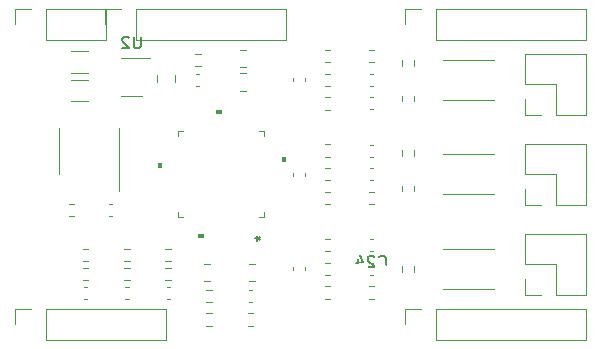
<source format=gbr>
%TF.GenerationSoftware,KiCad,Pcbnew,(5.1.12)-1*%
%TF.CreationDate,2022-01-31T23:19:20+01:00*%
%TF.ProjectId,xESC2,78455343-322e-46b6-9963-61645f706362,rev?*%
%TF.SameCoordinates,Original*%
%TF.FileFunction,Legend,Bot*%
%TF.FilePolarity,Positive*%
%FSLAX46Y46*%
G04 Gerber Fmt 4.6, Leading zero omitted, Abs format (unit mm)*
G04 Created by KiCad (PCBNEW (5.1.12)-1) date 2022-01-31 23:19:20*
%MOMM*%
%LPD*%
G01*
G04 APERTURE LIST*
%ADD10C,0.120000*%
%ADD11C,0.100000*%
%ADD12C,0.150000*%
%ADD13R,1.060000X0.650000*%
%ADD14O,1.700000X1.700000*%
%ADD15R,1.700000X1.700000*%
%ADD16R,5.003800X5.003800*%
%ADD17R,1.340599X0.279400*%
%ADD18R,0.279400X1.340599*%
%ADD19C,0.600000*%
%ADD20O,1.700000X0.850000*%
G04 APERTURE END LIST*
D10*
%TO.C,TH1*%
X262477500Y-116837258D02*
X262477500Y-116362742D01*
X263522500Y-116837258D02*
X263522500Y-116362742D01*
%TO.C,R41*%
X262477500Y-112237258D02*
X262477500Y-111762742D01*
X263522500Y-112237258D02*
X263522500Y-111762742D01*
%TO.C,C24*%
X259759420Y-123890000D02*
X260040580Y-123890000D01*
X259759420Y-124910000D02*
X260040580Y-124910000D01*
%TO.C,U2*%
X238700000Y-108590000D02*
X241150000Y-108590000D01*
X240500000Y-111810000D02*
X238700000Y-111810000D01*
%TO.C,J10*%
X262750000Y-129770000D02*
X262750000Y-131100000D01*
X264080000Y-129770000D02*
X262750000Y-129770000D01*
X265350000Y-129770000D02*
X265350000Y-132430000D01*
X265350000Y-132430000D02*
X278110000Y-132430000D01*
X265350000Y-129770000D02*
X278110000Y-129770000D01*
X278110000Y-129770000D02*
X278110000Y-132430000D01*
%TO.C,J9*%
X262750000Y-104370000D02*
X262750000Y-105700000D01*
X264080000Y-104370000D02*
X262750000Y-104370000D01*
X265350000Y-104370000D02*
X265350000Y-107030000D01*
X265350000Y-107030000D02*
X278110000Y-107030000D01*
X265350000Y-104370000D02*
X278110000Y-104370000D01*
X278110000Y-104370000D02*
X278110000Y-107030000D01*
%TO.C,J8*%
X272910000Y-113380000D02*
X274240000Y-113380000D01*
X272910000Y-112050000D02*
X272910000Y-113380000D01*
X275510000Y-113380000D02*
X278110000Y-113380000D01*
X275510000Y-110780000D02*
X275510000Y-113380000D01*
X272910000Y-110780000D02*
X275510000Y-110780000D01*
X278110000Y-113380000D02*
X278110000Y-108180000D01*
X272910000Y-110780000D02*
X272910000Y-108180000D01*
X272910000Y-108180000D02*
X278110000Y-108180000D01*
%TO.C,J7*%
X272910000Y-121000000D02*
X274240000Y-121000000D01*
X272910000Y-119670000D02*
X272910000Y-121000000D01*
X275510000Y-121000000D02*
X278110000Y-121000000D01*
X275510000Y-118400000D02*
X275510000Y-121000000D01*
X272910000Y-118400000D02*
X275510000Y-118400000D01*
X278110000Y-121000000D02*
X278110000Y-115800000D01*
X272910000Y-118400000D02*
X272910000Y-115800000D01*
X272910000Y-115800000D02*
X278110000Y-115800000D01*
%TO.C,J6*%
X272910000Y-128620000D02*
X274240000Y-128620000D01*
X272910000Y-127290000D02*
X272910000Y-128620000D01*
X275510000Y-128620000D02*
X278110000Y-128620000D01*
X275510000Y-126020000D02*
X275510000Y-128620000D01*
X272910000Y-126020000D02*
X275510000Y-126020000D01*
X278110000Y-128620000D02*
X278110000Y-123420000D01*
X272910000Y-126020000D02*
X272910000Y-123420000D01*
X272910000Y-123420000D02*
X278110000Y-123420000D01*
%TO.C,U1*%
X243567800Y-121982200D02*
X243567800Y-121572440D01*
X243567800Y-114717800D02*
X243977560Y-114717800D01*
X250832200Y-114717800D02*
X250832200Y-115127560D01*
X250832200Y-121982200D02*
X250422440Y-121982200D01*
X243977560Y-121982200D02*
X243567800Y-121982200D01*
X243567800Y-115127560D02*
X243567800Y-114717800D01*
X250422440Y-114717800D02*
X250832200Y-114717800D01*
X250832200Y-121572440D02*
X250832200Y-121982200D01*
D11*
G36*
X245640501Y-123703799D02*
G01*
X245259501Y-123703799D01*
X245259501Y-123449799D01*
X245640501Y-123449799D01*
X245640501Y-123703799D01*
G37*
X245640501Y-123703799D02*
X245259501Y-123703799D01*
X245259501Y-123449799D01*
X245640501Y-123449799D01*
X245640501Y-123703799D01*
G36*
X242100201Y-117790499D02*
G01*
X241846201Y-117790499D01*
X241846201Y-117409499D01*
X242100201Y-117409499D01*
X242100201Y-117790499D01*
G37*
X242100201Y-117790499D02*
X241846201Y-117790499D01*
X241846201Y-117409499D01*
X242100201Y-117409499D01*
X242100201Y-117790499D01*
G36*
X247140501Y-112996201D02*
G01*
X246759500Y-112996201D01*
X246759500Y-113250201D01*
X247140501Y-113250201D01*
X247140501Y-112996201D01*
G37*
X247140501Y-112996201D02*
X246759500Y-112996201D01*
X246759500Y-113250201D01*
X247140501Y-113250201D01*
X247140501Y-112996201D01*
G36*
X252299799Y-117290500D02*
G01*
X252553799Y-117290500D01*
X252553799Y-116909500D01*
X252299799Y-116909500D01*
X252299799Y-117290500D01*
G37*
X252299799Y-117290500D02*
X252553799Y-117290500D01*
X252553799Y-116909500D01*
X252299799Y-116909500D01*
X252299799Y-117290500D01*
D10*
%TO.C,U5*%
X238560000Y-116400000D02*
X238560000Y-119850000D01*
X238560000Y-116400000D02*
X238560000Y-114450000D01*
X233440000Y-116400000D02*
X233440000Y-118350000D01*
X233440000Y-116400000D02*
X233440000Y-114450000D01*
%TO.C,R36*%
X234737258Y-121922500D02*
X234262742Y-121922500D01*
X234737258Y-120877500D02*
X234262742Y-120877500D01*
%TO.C,J5*%
X229730000Y-104370000D02*
X229730000Y-105700000D01*
X231060000Y-104370000D02*
X229730000Y-104370000D01*
X232330000Y-104370000D02*
X232330000Y-107030000D01*
X232330000Y-107030000D02*
X237470000Y-107030000D01*
X232330000Y-104370000D02*
X237470000Y-104370000D01*
X237470000Y-104370000D02*
X237470000Y-107030000D01*
%TO.C,J4*%
X229730000Y-129770000D02*
X229730000Y-131100000D01*
X231060000Y-129770000D02*
X229730000Y-129770000D01*
X232330000Y-129770000D02*
X232330000Y-132430000D01*
X232330000Y-132430000D02*
X242550000Y-132430000D01*
X232330000Y-129770000D02*
X242550000Y-129770000D01*
X242550000Y-129770000D02*
X242550000Y-132430000D01*
%TO.C,J1*%
X237350000Y-104370000D02*
X237350000Y-105700000D01*
X238680000Y-104370000D02*
X237350000Y-104370000D01*
X239950000Y-104370000D02*
X239950000Y-107030000D01*
X239950000Y-107030000D02*
X252710000Y-107030000D01*
X239950000Y-104370000D02*
X252710000Y-104370000D01*
X252710000Y-104370000D02*
X252710000Y-107030000D01*
%TO.C,R29*%
X244962742Y-108177500D02*
X245437258Y-108177500D01*
X244962742Y-109222500D02*
X245437258Y-109222500D01*
%TO.C,R28*%
X260137258Y-108922500D02*
X259662742Y-108922500D01*
X260137258Y-107877500D02*
X259662742Y-107877500D01*
%TO.C,R27*%
X262477500Y-109237258D02*
X262477500Y-108762742D01*
X263522500Y-109237258D02*
X263522500Y-108762742D01*
%TO.C,R26*%
X260137258Y-120922500D02*
X259662742Y-120922500D01*
X260137258Y-119877500D02*
X259662742Y-119877500D01*
%TO.C,R25*%
X263522500Y-119362742D02*
X263522500Y-119837258D01*
X262477500Y-119362742D02*
X262477500Y-119837258D01*
%TO.C,R24*%
X260137258Y-128922500D02*
X259662742Y-128922500D01*
X260137258Y-127877500D02*
X259662742Y-127877500D01*
%TO.C,R23*%
X263522500Y-126162742D02*
X263522500Y-126637258D01*
X262477500Y-126162742D02*
X262477500Y-126637258D01*
%TO.C,R22*%
X235937258Y-127372500D02*
X235462742Y-127372500D01*
X235937258Y-126327500D02*
X235462742Y-126327500D01*
%TO.C,R21*%
X235462742Y-124727500D02*
X235937258Y-124727500D01*
X235462742Y-125772500D02*
X235937258Y-125772500D01*
%TO.C,R20*%
X239437258Y-127372500D02*
X238962742Y-127372500D01*
X239437258Y-126327500D02*
X238962742Y-126327500D01*
%TO.C,R19*%
X238962742Y-124727500D02*
X239437258Y-124727500D01*
X238962742Y-125772500D02*
X239437258Y-125772500D01*
%TO.C,R18*%
X242937258Y-127372500D02*
X242462742Y-127372500D01*
X242937258Y-126327500D02*
X242462742Y-126327500D01*
%TO.C,R17*%
X242462742Y-124727500D02*
X242937258Y-124727500D01*
X242462742Y-125772500D02*
X242937258Y-125772500D01*
%TO.C,C31*%
X260040580Y-110910000D02*
X259759420Y-110910000D01*
X260040580Y-109890000D02*
X259759420Y-109890000D01*
%TO.C,C30*%
X260040580Y-118910000D02*
X259759420Y-118910000D01*
X260040580Y-117890000D02*
X259759420Y-117890000D01*
%TO.C,C29*%
X260040580Y-126910000D02*
X259759420Y-126910000D01*
X260040580Y-125890000D02*
X259759420Y-125890000D01*
%TO.C,C28*%
X235840580Y-128960000D02*
X235559420Y-128960000D01*
X235840580Y-127940000D02*
X235559420Y-127940000D01*
%TO.C,C27*%
X239340580Y-128960000D02*
X239059420Y-128960000D01*
X239340580Y-127940000D02*
X239059420Y-127940000D01*
%TO.C,C15*%
X242840580Y-128960000D02*
X242559420Y-128960000D01*
X242840580Y-127940000D02*
X242559420Y-127940000D01*
%TO.C,C21*%
X235911252Y-109810000D02*
X234488748Y-109810000D01*
X235911252Y-107990000D02*
X234488748Y-107990000D01*
%TO.C,C20*%
X235911252Y-112210000D02*
X234488748Y-112210000D01*
X235911252Y-110390000D02*
X234488748Y-110390000D01*
%TO.C,R15*%
X245912742Y-131222500D02*
X246387258Y-131222500D01*
X245912742Y-130177500D02*
X246387258Y-130177500D01*
%TO.C,R14*%
X249412742Y-131222500D02*
X249887258Y-131222500D01*
X249412742Y-130177500D02*
X249887258Y-130177500D01*
%TO.C,R13*%
X245912742Y-129222500D02*
X246387258Y-129222500D01*
X245912742Y-128177500D02*
X246387258Y-128177500D01*
%TO.C,R12*%
X256437258Y-111877500D02*
X255962742Y-111877500D01*
X256437258Y-112922500D02*
X255962742Y-112922500D01*
%TO.C,R11*%
X270277064Y-108690000D02*
X265922936Y-108690000D01*
X270277064Y-112110000D02*
X265922936Y-112110000D01*
%TO.C,R10*%
X256437258Y-107877500D02*
X255962742Y-107877500D01*
X256437258Y-108922500D02*
X255962742Y-108922500D01*
%TO.C,R9*%
X256437258Y-109877500D02*
X255962742Y-109877500D01*
X256437258Y-110922500D02*
X255962742Y-110922500D01*
%TO.C,R8*%
X256437258Y-115877500D02*
X255962742Y-115877500D01*
X256437258Y-116922500D02*
X255962742Y-116922500D01*
%TO.C,R7*%
X270314564Y-116690000D02*
X265960436Y-116690000D01*
X270314564Y-120110000D02*
X265960436Y-120110000D01*
%TO.C,R6*%
X256437258Y-119877500D02*
X255962742Y-119877500D01*
X256437258Y-120922500D02*
X255962742Y-120922500D01*
%TO.C,R5*%
X256437258Y-117877500D02*
X255962742Y-117877500D01*
X256437258Y-118922500D02*
X255962742Y-118922500D01*
%TO.C,R4*%
X256437258Y-123877500D02*
X255962742Y-123877500D01*
X256437258Y-124922500D02*
X255962742Y-124922500D01*
%TO.C,R3*%
X270314564Y-124690000D02*
X265960436Y-124690000D01*
X270314564Y-128110000D02*
X265960436Y-128110000D01*
%TO.C,R2*%
X256437258Y-127877500D02*
X255962742Y-127877500D01*
X256437258Y-128922500D02*
X255962742Y-128922500D01*
%TO.C,R1*%
X256437258Y-125877500D02*
X255962742Y-125877500D01*
X256437258Y-126922500D02*
X255962742Y-126922500D01*
%TO.C,C26*%
X259759420Y-112910000D02*
X260040580Y-112910000D01*
X259759420Y-111890000D02*
X260040580Y-111890000D01*
%TO.C,C25*%
X259759420Y-116910000D02*
X260040580Y-116910000D01*
X259759420Y-115890000D02*
X260040580Y-115890000D01*
%TO.C,C14*%
X248738748Y-109335000D02*
X249261252Y-109335000D01*
X248738748Y-107865000D02*
X249261252Y-107865000D01*
%TO.C,C13*%
X243235000Y-110561252D02*
X243235000Y-110038748D01*
X241765000Y-110561252D02*
X241765000Y-110038748D01*
%TO.C,C12*%
X249261252Y-109865000D02*
X248738748Y-109865000D01*
X249261252Y-111335000D02*
X248738748Y-111335000D01*
%TO.C,C11*%
X245059420Y-110960000D02*
X245340580Y-110960000D01*
X245059420Y-109940000D02*
X245340580Y-109940000D01*
%TO.C,C10*%
X254310000Y-110540580D02*
X254310000Y-110259420D01*
X253290000Y-110540580D02*
X253290000Y-110259420D01*
%TO.C,C9*%
X253290000Y-118259420D02*
X253290000Y-118540580D01*
X254310000Y-118259420D02*
X254310000Y-118540580D01*
%TO.C,C8*%
X253290000Y-126259420D02*
X253290000Y-126540580D01*
X254310000Y-126259420D02*
X254310000Y-126540580D01*
%TO.C,C7*%
X237940580Y-120890000D02*
X237659420Y-120890000D01*
X237940580Y-121910000D02*
X237659420Y-121910000D01*
%TO.C,C6*%
X249509420Y-129210000D02*
X249790580Y-129210000D01*
X249509420Y-128190000D02*
X249790580Y-128190000D01*
%TO.C,C5*%
X250061252Y-125965000D02*
X249538748Y-125965000D01*
X250061252Y-127435000D02*
X249538748Y-127435000D01*
%TO.C,C4*%
X245738748Y-127435000D02*
X246261252Y-127435000D01*
X245738748Y-125965000D02*
X246261252Y-125965000D01*
%TO.C,C24*%
D12*
X260542857Y-126187142D02*
X260590476Y-126234761D01*
X260733333Y-126282380D01*
X260828571Y-126282380D01*
X260971428Y-126234761D01*
X261066666Y-126139523D01*
X261114285Y-126044285D01*
X261161904Y-125853809D01*
X261161904Y-125710952D01*
X261114285Y-125520476D01*
X261066666Y-125425238D01*
X260971428Y-125330000D01*
X260828571Y-125282380D01*
X260733333Y-125282380D01*
X260590476Y-125330000D01*
X260542857Y-125377619D01*
X260161904Y-125377619D02*
X260114285Y-125330000D01*
X260019047Y-125282380D01*
X259780952Y-125282380D01*
X259685714Y-125330000D01*
X259638095Y-125377619D01*
X259590476Y-125472857D01*
X259590476Y-125568095D01*
X259638095Y-125710952D01*
X260209523Y-126282380D01*
X259590476Y-126282380D01*
X258733333Y-125615714D02*
X258733333Y-126282380D01*
X258971428Y-125234761D02*
X259209523Y-125949047D01*
X258590476Y-125949047D01*
%TO.C,U2*%
X240361904Y-106752380D02*
X240361904Y-107561904D01*
X240314285Y-107657142D01*
X240266666Y-107704761D01*
X240171428Y-107752380D01*
X239980952Y-107752380D01*
X239885714Y-107704761D01*
X239838095Y-107657142D01*
X239790476Y-107561904D01*
X239790476Y-106752380D01*
X239361904Y-106847619D02*
X239314285Y-106800000D01*
X239219047Y-106752380D01*
X238980952Y-106752380D01*
X238885714Y-106800000D01*
X238838095Y-106847619D01*
X238790476Y-106942857D01*
X238790476Y-107038095D01*
X238838095Y-107180952D01*
X239409523Y-107752380D01*
X238790476Y-107752380D01*
%TO.C,U1*%
X250033380Y-123830799D02*
X250271476Y-123830799D01*
X250176238Y-123592703D02*
X250271476Y-123830799D01*
X250176238Y-124068894D01*
X250461952Y-123687941D02*
X250271476Y-123830799D01*
X250461952Y-123973656D01*
X250033380Y-123830799D02*
X250271476Y-123830799D01*
X250176238Y-123592703D02*
X250271476Y-123830799D01*
X250176238Y-124068894D01*
X250461952Y-123687941D02*
X250271476Y-123830799D01*
X250461952Y-123973656D01*
%TD*%
%LPC*%
%TO.C,TH1*%
G36*
G01*
X263275000Y-116175000D02*
X262725000Y-116175000D01*
G75*
G02*
X262525000Y-115975000I0J200000D01*
G01*
X262525000Y-115575000D01*
G75*
G02*
X262725000Y-115375000I200000J0D01*
G01*
X263275000Y-115375000D01*
G75*
G02*
X263475000Y-115575000I0J-200000D01*
G01*
X263475000Y-115975000D01*
G75*
G02*
X263275000Y-116175000I-200000J0D01*
G01*
G37*
G36*
G01*
X263275000Y-117825000D02*
X262725000Y-117825000D01*
G75*
G02*
X262525000Y-117625000I0J200000D01*
G01*
X262525000Y-117225000D01*
G75*
G02*
X262725000Y-117025000I200000J0D01*
G01*
X263275000Y-117025000D01*
G75*
G02*
X263475000Y-117225000I0J-200000D01*
G01*
X263475000Y-117625000D01*
G75*
G02*
X263275000Y-117825000I-200000J0D01*
G01*
G37*
%TD*%
%TO.C,R41*%
G36*
G01*
X263275000Y-111575000D02*
X262725000Y-111575000D01*
G75*
G02*
X262525000Y-111375000I0J200000D01*
G01*
X262525000Y-110975000D01*
G75*
G02*
X262725000Y-110775000I200000J0D01*
G01*
X263275000Y-110775000D01*
G75*
G02*
X263475000Y-110975000I0J-200000D01*
G01*
X263475000Y-111375000D01*
G75*
G02*
X263275000Y-111575000I-200000J0D01*
G01*
G37*
G36*
G01*
X263275000Y-113225000D02*
X262725000Y-113225000D01*
G75*
G02*
X262525000Y-113025000I0J200000D01*
G01*
X262525000Y-112625000D01*
G75*
G02*
X262725000Y-112425000I200000J0D01*
G01*
X263275000Y-112425000D01*
G75*
G02*
X263475000Y-112625000I0J-200000D01*
G01*
X263475000Y-113025000D01*
G75*
G02*
X263275000Y-113225000I-200000J0D01*
G01*
G37*
%TD*%
%TO.C,C24*%
G36*
G01*
X260225000Y-124650000D02*
X260225000Y-124150000D01*
G75*
G02*
X260450000Y-123925000I225000J0D01*
G01*
X260900000Y-123925000D01*
G75*
G02*
X261125000Y-124150000I0J-225000D01*
G01*
X261125000Y-124650000D01*
G75*
G02*
X260900000Y-124875000I-225000J0D01*
G01*
X260450000Y-124875000D01*
G75*
G02*
X260225000Y-124650000I0J225000D01*
G01*
G37*
G36*
G01*
X258675000Y-124650000D02*
X258675000Y-124150000D01*
G75*
G02*
X258900000Y-123925000I225000J0D01*
G01*
X259350000Y-123925000D01*
G75*
G02*
X259575000Y-124150000I0J-225000D01*
G01*
X259575000Y-124650000D01*
G75*
G02*
X259350000Y-124875000I-225000J0D01*
G01*
X258900000Y-124875000D01*
G75*
G02*
X258675000Y-124650000I0J225000D01*
G01*
G37*
%TD*%
D13*
%TO.C,U2*%
X238500000Y-109250000D03*
X238500000Y-111150000D03*
X240700000Y-111150000D03*
X240700000Y-110200000D03*
X240700000Y-109250000D03*
%TD*%
D14*
%TO.C,J10*%
X276780000Y-131100000D03*
X274240000Y-131100000D03*
X271700000Y-131100000D03*
X269160000Y-131100000D03*
X266620000Y-131100000D03*
D15*
X264080000Y-131100000D03*
%TD*%
D14*
%TO.C,J9*%
X276780000Y-105700000D03*
X274240000Y-105700000D03*
X271700000Y-105700000D03*
X269160000Y-105700000D03*
X266620000Y-105700000D03*
D15*
X264080000Y-105700000D03*
%TD*%
D14*
%TO.C,J8*%
X276780000Y-109510000D03*
X274240000Y-109510000D03*
X276780000Y-112050000D03*
D15*
X274240000Y-112050000D03*
%TD*%
D14*
%TO.C,J7*%
X276780000Y-117130000D03*
X274240000Y-117130000D03*
X276780000Y-119670000D03*
D15*
X274240000Y-119670000D03*
%TD*%
D14*
%TO.C,J6*%
X276780000Y-124750000D03*
X274240000Y-124750000D03*
X276780000Y-127290000D03*
D15*
X274240000Y-127290000D03*
%TD*%
D16*
%TO.C,U1*%
X247200000Y-118350000D03*
D17*
X251375501Y-121100000D03*
X251375501Y-120600001D03*
X251375501Y-120099999D03*
X251375501Y-119600000D03*
X251375501Y-119100001D03*
X251375501Y-118600000D03*
X251375501Y-118100000D03*
X251375501Y-117599999D03*
X251375501Y-117100000D03*
X251375501Y-116600001D03*
X251375501Y-116099999D03*
X251375501Y-115600000D03*
D18*
X249950000Y-114174499D03*
X249450001Y-114174499D03*
X248949999Y-114174499D03*
X248450000Y-114174499D03*
X247950001Y-114174499D03*
X247450000Y-114174499D03*
X246950000Y-114174499D03*
X246449999Y-114174499D03*
X245950000Y-114174499D03*
X245450001Y-114174499D03*
X244949999Y-114174499D03*
X244450000Y-114174499D03*
D17*
X243024499Y-115600000D03*
X243024499Y-116099999D03*
X243024499Y-116600001D03*
X243024499Y-117100000D03*
X243024499Y-117599999D03*
X243024499Y-118100000D03*
X243024499Y-118600000D03*
X243024499Y-119100001D03*
X243024499Y-119600000D03*
X243024499Y-120099999D03*
X243024499Y-120600001D03*
X243024499Y-121100000D03*
D18*
X244450000Y-122525501D03*
X244949999Y-122525501D03*
X245450001Y-122525501D03*
X245950000Y-122525501D03*
X246449999Y-122525501D03*
X246950000Y-122525501D03*
X247450000Y-122525501D03*
X247950001Y-122525501D03*
X248450000Y-122525501D03*
X248949999Y-122525501D03*
X249450001Y-122525501D03*
X249950000Y-122525501D03*
%TD*%
%TO.C,U5*%
G36*
G01*
X238055000Y-114900000D02*
X237755000Y-114900000D01*
G75*
G02*
X237605000Y-114750000I0J150000D01*
G01*
X237605000Y-113100000D01*
G75*
G02*
X237755000Y-112950000I150000J0D01*
G01*
X238055000Y-112950000D01*
G75*
G02*
X238205000Y-113100000I0J-150000D01*
G01*
X238205000Y-114750000D01*
G75*
G02*
X238055000Y-114900000I-150000J0D01*
G01*
G37*
G36*
G01*
X236785000Y-114900000D02*
X236485000Y-114900000D01*
G75*
G02*
X236335000Y-114750000I0J150000D01*
G01*
X236335000Y-113100000D01*
G75*
G02*
X236485000Y-112950000I150000J0D01*
G01*
X236785000Y-112950000D01*
G75*
G02*
X236935000Y-113100000I0J-150000D01*
G01*
X236935000Y-114750000D01*
G75*
G02*
X236785000Y-114900000I-150000J0D01*
G01*
G37*
G36*
G01*
X235515000Y-114900000D02*
X235215000Y-114900000D01*
G75*
G02*
X235065000Y-114750000I0J150000D01*
G01*
X235065000Y-113100000D01*
G75*
G02*
X235215000Y-112950000I150000J0D01*
G01*
X235515000Y-112950000D01*
G75*
G02*
X235665000Y-113100000I0J-150000D01*
G01*
X235665000Y-114750000D01*
G75*
G02*
X235515000Y-114900000I-150000J0D01*
G01*
G37*
G36*
G01*
X234245000Y-114900000D02*
X233945000Y-114900000D01*
G75*
G02*
X233795000Y-114750000I0J150000D01*
G01*
X233795000Y-113100000D01*
G75*
G02*
X233945000Y-112950000I150000J0D01*
G01*
X234245000Y-112950000D01*
G75*
G02*
X234395000Y-113100000I0J-150000D01*
G01*
X234395000Y-114750000D01*
G75*
G02*
X234245000Y-114900000I-150000J0D01*
G01*
G37*
G36*
G01*
X234245000Y-119850000D02*
X233945000Y-119850000D01*
G75*
G02*
X233795000Y-119700000I0J150000D01*
G01*
X233795000Y-118050000D01*
G75*
G02*
X233945000Y-117900000I150000J0D01*
G01*
X234245000Y-117900000D01*
G75*
G02*
X234395000Y-118050000I0J-150000D01*
G01*
X234395000Y-119700000D01*
G75*
G02*
X234245000Y-119850000I-150000J0D01*
G01*
G37*
G36*
G01*
X235515000Y-119850000D02*
X235215000Y-119850000D01*
G75*
G02*
X235065000Y-119700000I0J150000D01*
G01*
X235065000Y-118050000D01*
G75*
G02*
X235215000Y-117900000I150000J0D01*
G01*
X235515000Y-117900000D01*
G75*
G02*
X235665000Y-118050000I0J-150000D01*
G01*
X235665000Y-119700000D01*
G75*
G02*
X235515000Y-119850000I-150000J0D01*
G01*
G37*
G36*
G01*
X236785000Y-119850000D02*
X236485000Y-119850000D01*
G75*
G02*
X236335000Y-119700000I0J150000D01*
G01*
X236335000Y-118050000D01*
G75*
G02*
X236485000Y-117900000I150000J0D01*
G01*
X236785000Y-117900000D01*
G75*
G02*
X236935000Y-118050000I0J-150000D01*
G01*
X236935000Y-119700000D01*
G75*
G02*
X236785000Y-119850000I-150000J0D01*
G01*
G37*
G36*
G01*
X238055000Y-119850000D02*
X237755000Y-119850000D01*
G75*
G02*
X237605000Y-119700000I0J150000D01*
G01*
X237605000Y-118050000D01*
G75*
G02*
X237755000Y-117900000I150000J0D01*
G01*
X238055000Y-117900000D01*
G75*
G02*
X238205000Y-118050000I0J-150000D01*
G01*
X238205000Y-119700000D01*
G75*
G02*
X238055000Y-119850000I-150000J0D01*
G01*
G37*
%TD*%
%TO.C,R36*%
G36*
G01*
X234075000Y-121125000D02*
X234075000Y-121675000D01*
G75*
G02*
X233875000Y-121875000I-200000J0D01*
G01*
X233475000Y-121875000D01*
G75*
G02*
X233275000Y-121675000I0J200000D01*
G01*
X233275000Y-121125000D01*
G75*
G02*
X233475000Y-120925000I200000J0D01*
G01*
X233875000Y-120925000D01*
G75*
G02*
X234075000Y-121125000I0J-200000D01*
G01*
G37*
G36*
G01*
X235725000Y-121125000D02*
X235725000Y-121675000D01*
G75*
G02*
X235525000Y-121875000I-200000J0D01*
G01*
X235125000Y-121875000D01*
G75*
G02*
X234925000Y-121675000I0J200000D01*
G01*
X234925000Y-121125000D01*
G75*
G02*
X235125000Y-120925000I200000J0D01*
G01*
X235525000Y-120925000D01*
G75*
G02*
X235725000Y-121125000I0J-200000D01*
G01*
G37*
%TD*%
D14*
%TO.C,J5*%
X236140000Y-105700000D03*
X233600000Y-105700000D03*
D15*
X231060000Y-105700000D03*
%TD*%
D14*
%TO.C,J4*%
X241220000Y-131100000D03*
X238680000Y-131100000D03*
X236140000Y-131100000D03*
X233600000Y-131100000D03*
D15*
X231060000Y-131100000D03*
%TD*%
D14*
%TO.C,J3*%
X231060000Y-118400000D03*
X231060000Y-115860000D03*
X231060000Y-113320000D03*
X231060000Y-110780000D03*
D15*
X231060000Y-108240000D03*
%TD*%
D19*
%TO.C,J2*%
X232950000Y-126800000D03*
X232950000Y-122800000D03*
D20*
X230600000Y-127625000D03*
X230600000Y-121975000D03*
%TD*%
D14*
%TO.C,J1*%
X251380000Y-105700000D03*
X248840000Y-105700000D03*
X246300000Y-105700000D03*
X243760000Y-105700000D03*
X241220000Y-105700000D03*
D15*
X238680000Y-105700000D03*
%TD*%
%TO.C,R29*%
G36*
G01*
X245625000Y-108975000D02*
X245625000Y-108425000D01*
G75*
G02*
X245825000Y-108225000I200000J0D01*
G01*
X246225000Y-108225000D01*
G75*
G02*
X246425000Y-108425000I0J-200000D01*
G01*
X246425000Y-108975000D01*
G75*
G02*
X246225000Y-109175000I-200000J0D01*
G01*
X245825000Y-109175000D01*
G75*
G02*
X245625000Y-108975000I0J200000D01*
G01*
G37*
G36*
G01*
X243975000Y-108975000D02*
X243975000Y-108425000D01*
G75*
G02*
X244175000Y-108225000I200000J0D01*
G01*
X244575000Y-108225000D01*
G75*
G02*
X244775000Y-108425000I0J-200000D01*
G01*
X244775000Y-108975000D01*
G75*
G02*
X244575000Y-109175000I-200000J0D01*
G01*
X244175000Y-109175000D01*
G75*
G02*
X243975000Y-108975000I0J200000D01*
G01*
G37*
%TD*%
%TO.C,R28*%
G36*
G01*
X259475000Y-108125000D02*
X259475000Y-108675000D01*
G75*
G02*
X259275000Y-108875000I-200000J0D01*
G01*
X258875000Y-108875000D01*
G75*
G02*
X258675000Y-108675000I0J200000D01*
G01*
X258675000Y-108125000D01*
G75*
G02*
X258875000Y-107925000I200000J0D01*
G01*
X259275000Y-107925000D01*
G75*
G02*
X259475000Y-108125000I0J-200000D01*
G01*
G37*
G36*
G01*
X261125000Y-108125000D02*
X261125000Y-108675000D01*
G75*
G02*
X260925000Y-108875000I-200000J0D01*
G01*
X260525000Y-108875000D01*
G75*
G02*
X260325000Y-108675000I0J200000D01*
G01*
X260325000Y-108125000D01*
G75*
G02*
X260525000Y-107925000I200000J0D01*
G01*
X260925000Y-107925000D01*
G75*
G02*
X261125000Y-108125000I0J-200000D01*
G01*
G37*
%TD*%
%TO.C,R27*%
G36*
G01*
X263275000Y-108575000D02*
X262725000Y-108575000D01*
G75*
G02*
X262525000Y-108375000I0J200000D01*
G01*
X262525000Y-107975000D01*
G75*
G02*
X262725000Y-107775000I200000J0D01*
G01*
X263275000Y-107775000D01*
G75*
G02*
X263475000Y-107975000I0J-200000D01*
G01*
X263475000Y-108375000D01*
G75*
G02*
X263275000Y-108575000I-200000J0D01*
G01*
G37*
G36*
G01*
X263275000Y-110225000D02*
X262725000Y-110225000D01*
G75*
G02*
X262525000Y-110025000I0J200000D01*
G01*
X262525000Y-109625000D01*
G75*
G02*
X262725000Y-109425000I200000J0D01*
G01*
X263275000Y-109425000D01*
G75*
G02*
X263475000Y-109625000I0J-200000D01*
G01*
X263475000Y-110025000D01*
G75*
G02*
X263275000Y-110225000I-200000J0D01*
G01*
G37*
%TD*%
%TO.C,R26*%
G36*
G01*
X259475000Y-120125000D02*
X259475000Y-120675000D01*
G75*
G02*
X259275000Y-120875000I-200000J0D01*
G01*
X258875000Y-120875000D01*
G75*
G02*
X258675000Y-120675000I0J200000D01*
G01*
X258675000Y-120125000D01*
G75*
G02*
X258875000Y-119925000I200000J0D01*
G01*
X259275000Y-119925000D01*
G75*
G02*
X259475000Y-120125000I0J-200000D01*
G01*
G37*
G36*
G01*
X261125000Y-120125000D02*
X261125000Y-120675000D01*
G75*
G02*
X260925000Y-120875000I-200000J0D01*
G01*
X260525000Y-120875000D01*
G75*
G02*
X260325000Y-120675000I0J200000D01*
G01*
X260325000Y-120125000D01*
G75*
G02*
X260525000Y-119925000I200000J0D01*
G01*
X260925000Y-119925000D01*
G75*
G02*
X261125000Y-120125000I0J-200000D01*
G01*
G37*
%TD*%
%TO.C,R25*%
G36*
G01*
X262725000Y-120025000D02*
X263275000Y-120025000D01*
G75*
G02*
X263475000Y-120225000I0J-200000D01*
G01*
X263475000Y-120625000D01*
G75*
G02*
X263275000Y-120825000I-200000J0D01*
G01*
X262725000Y-120825000D01*
G75*
G02*
X262525000Y-120625000I0J200000D01*
G01*
X262525000Y-120225000D01*
G75*
G02*
X262725000Y-120025000I200000J0D01*
G01*
G37*
G36*
G01*
X262725000Y-118375000D02*
X263275000Y-118375000D01*
G75*
G02*
X263475000Y-118575000I0J-200000D01*
G01*
X263475000Y-118975000D01*
G75*
G02*
X263275000Y-119175000I-200000J0D01*
G01*
X262725000Y-119175000D01*
G75*
G02*
X262525000Y-118975000I0J200000D01*
G01*
X262525000Y-118575000D01*
G75*
G02*
X262725000Y-118375000I200000J0D01*
G01*
G37*
%TD*%
%TO.C,R24*%
G36*
G01*
X259475000Y-128125000D02*
X259475000Y-128675000D01*
G75*
G02*
X259275000Y-128875000I-200000J0D01*
G01*
X258875000Y-128875000D01*
G75*
G02*
X258675000Y-128675000I0J200000D01*
G01*
X258675000Y-128125000D01*
G75*
G02*
X258875000Y-127925000I200000J0D01*
G01*
X259275000Y-127925000D01*
G75*
G02*
X259475000Y-128125000I0J-200000D01*
G01*
G37*
G36*
G01*
X261125000Y-128125000D02*
X261125000Y-128675000D01*
G75*
G02*
X260925000Y-128875000I-200000J0D01*
G01*
X260525000Y-128875000D01*
G75*
G02*
X260325000Y-128675000I0J200000D01*
G01*
X260325000Y-128125000D01*
G75*
G02*
X260525000Y-127925000I200000J0D01*
G01*
X260925000Y-127925000D01*
G75*
G02*
X261125000Y-128125000I0J-200000D01*
G01*
G37*
%TD*%
%TO.C,R23*%
G36*
G01*
X262725000Y-126825000D02*
X263275000Y-126825000D01*
G75*
G02*
X263475000Y-127025000I0J-200000D01*
G01*
X263475000Y-127425000D01*
G75*
G02*
X263275000Y-127625000I-200000J0D01*
G01*
X262725000Y-127625000D01*
G75*
G02*
X262525000Y-127425000I0J200000D01*
G01*
X262525000Y-127025000D01*
G75*
G02*
X262725000Y-126825000I200000J0D01*
G01*
G37*
G36*
G01*
X262725000Y-125175000D02*
X263275000Y-125175000D01*
G75*
G02*
X263475000Y-125375000I0J-200000D01*
G01*
X263475000Y-125775000D01*
G75*
G02*
X263275000Y-125975000I-200000J0D01*
G01*
X262725000Y-125975000D01*
G75*
G02*
X262525000Y-125775000I0J200000D01*
G01*
X262525000Y-125375000D01*
G75*
G02*
X262725000Y-125175000I200000J0D01*
G01*
G37*
%TD*%
%TO.C,R22*%
G36*
G01*
X235275000Y-126575000D02*
X235275000Y-127125000D01*
G75*
G02*
X235075000Y-127325000I-200000J0D01*
G01*
X234675000Y-127325000D01*
G75*
G02*
X234475000Y-127125000I0J200000D01*
G01*
X234475000Y-126575000D01*
G75*
G02*
X234675000Y-126375000I200000J0D01*
G01*
X235075000Y-126375000D01*
G75*
G02*
X235275000Y-126575000I0J-200000D01*
G01*
G37*
G36*
G01*
X236925000Y-126575000D02*
X236925000Y-127125000D01*
G75*
G02*
X236725000Y-127325000I-200000J0D01*
G01*
X236325000Y-127325000D01*
G75*
G02*
X236125000Y-127125000I0J200000D01*
G01*
X236125000Y-126575000D01*
G75*
G02*
X236325000Y-126375000I200000J0D01*
G01*
X236725000Y-126375000D01*
G75*
G02*
X236925000Y-126575000I0J-200000D01*
G01*
G37*
%TD*%
%TO.C,R21*%
G36*
G01*
X236125000Y-125525000D02*
X236125000Y-124975000D01*
G75*
G02*
X236325000Y-124775000I200000J0D01*
G01*
X236725000Y-124775000D01*
G75*
G02*
X236925000Y-124975000I0J-200000D01*
G01*
X236925000Y-125525000D01*
G75*
G02*
X236725000Y-125725000I-200000J0D01*
G01*
X236325000Y-125725000D01*
G75*
G02*
X236125000Y-125525000I0J200000D01*
G01*
G37*
G36*
G01*
X234475000Y-125525000D02*
X234475000Y-124975000D01*
G75*
G02*
X234675000Y-124775000I200000J0D01*
G01*
X235075000Y-124775000D01*
G75*
G02*
X235275000Y-124975000I0J-200000D01*
G01*
X235275000Y-125525000D01*
G75*
G02*
X235075000Y-125725000I-200000J0D01*
G01*
X234675000Y-125725000D01*
G75*
G02*
X234475000Y-125525000I0J200000D01*
G01*
G37*
%TD*%
%TO.C,R20*%
G36*
G01*
X238775000Y-126575000D02*
X238775000Y-127125000D01*
G75*
G02*
X238575000Y-127325000I-200000J0D01*
G01*
X238175000Y-127325000D01*
G75*
G02*
X237975000Y-127125000I0J200000D01*
G01*
X237975000Y-126575000D01*
G75*
G02*
X238175000Y-126375000I200000J0D01*
G01*
X238575000Y-126375000D01*
G75*
G02*
X238775000Y-126575000I0J-200000D01*
G01*
G37*
G36*
G01*
X240425000Y-126575000D02*
X240425000Y-127125000D01*
G75*
G02*
X240225000Y-127325000I-200000J0D01*
G01*
X239825000Y-127325000D01*
G75*
G02*
X239625000Y-127125000I0J200000D01*
G01*
X239625000Y-126575000D01*
G75*
G02*
X239825000Y-126375000I200000J0D01*
G01*
X240225000Y-126375000D01*
G75*
G02*
X240425000Y-126575000I0J-200000D01*
G01*
G37*
%TD*%
%TO.C,R19*%
G36*
G01*
X239625000Y-125525000D02*
X239625000Y-124975000D01*
G75*
G02*
X239825000Y-124775000I200000J0D01*
G01*
X240225000Y-124775000D01*
G75*
G02*
X240425000Y-124975000I0J-200000D01*
G01*
X240425000Y-125525000D01*
G75*
G02*
X240225000Y-125725000I-200000J0D01*
G01*
X239825000Y-125725000D01*
G75*
G02*
X239625000Y-125525000I0J200000D01*
G01*
G37*
G36*
G01*
X237975000Y-125525000D02*
X237975000Y-124975000D01*
G75*
G02*
X238175000Y-124775000I200000J0D01*
G01*
X238575000Y-124775000D01*
G75*
G02*
X238775000Y-124975000I0J-200000D01*
G01*
X238775000Y-125525000D01*
G75*
G02*
X238575000Y-125725000I-200000J0D01*
G01*
X238175000Y-125725000D01*
G75*
G02*
X237975000Y-125525000I0J200000D01*
G01*
G37*
%TD*%
%TO.C,R18*%
G36*
G01*
X242275000Y-126575000D02*
X242275000Y-127125000D01*
G75*
G02*
X242075000Y-127325000I-200000J0D01*
G01*
X241675000Y-127325000D01*
G75*
G02*
X241475000Y-127125000I0J200000D01*
G01*
X241475000Y-126575000D01*
G75*
G02*
X241675000Y-126375000I200000J0D01*
G01*
X242075000Y-126375000D01*
G75*
G02*
X242275000Y-126575000I0J-200000D01*
G01*
G37*
G36*
G01*
X243925000Y-126575000D02*
X243925000Y-127125000D01*
G75*
G02*
X243725000Y-127325000I-200000J0D01*
G01*
X243325000Y-127325000D01*
G75*
G02*
X243125000Y-127125000I0J200000D01*
G01*
X243125000Y-126575000D01*
G75*
G02*
X243325000Y-126375000I200000J0D01*
G01*
X243725000Y-126375000D01*
G75*
G02*
X243925000Y-126575000I0J-200000D01*
G01*
G37*
%TD*%
%TO.C,R17*%
G36*
G01*
X243125000Y-125525000D02*
X243125000Y-124975000D01*
G75*
G02*
X243325000Y-124775000I200000J0D01*
G01*
X243725000Y-124775000D01*
G75*
G02*
X243925000Y-124975000I0J-200000D01*
G01*
X243925000Y-125525000D01*
G75*
G02*
X243725000Y-125725000I-200000J0D01*
G01*
X243325000Y-125725000D01*
G75*
G02*
X243125000Y-125525000I0J200000D01*
G01*
G37*
G36*
G01*
X241475000Y-125525000D02*
X241475000Y-124975000D01*
G75*
G02*
X241675000Y-124775000I200000J0D01*
G01*
X242075000Y-124775000D01*
G75*
G02*
X242275000Y-124975000I0J-200000D01*
G01*
X242275000Y-125525000D01*
G75*
G02*
X242075000Y-125725000I-200000J0D01*
G01*
X241675000Y-125725000D01*
G75*
G02*
X241475000Y-125525000I0J200000D01*
G01*
G37*
%TD*%
%TO.C,C31*%
G36*
G01*
X259575000Y-110150000D02*
X259575000Y-110650000D01*
G75*
G02*
X259350000Y-110875000I-225000J0D01*
G01*
X258900000Y-110875000D01*
G75*
G02*
X258675000Y-110650000I0J225000D01*
G01*
X258675000Y-110150000D01*
G75*
G02*
X258900000Y-109925000I225000J0D01*
G01*
X259350000Y-109925000D01*
G75*
G02*
X259575000Y-110150000I0J-225000D01*
G01*
G37*
G36*
G01*
X261125000Y-110150000D02*
X261125000Y-110650000D01*
G75*
G02*
X260900000Y-110875000I-225000J0D01*
G01*
X260450000Y-110875000D01*
G75*
G02*
X260225000Y-110650000I0J225000D01*
G01*
X260225000Y-110150000D01*
G75*
G02*
X260450000Y-109925000I225000J0D01*
G01*
X260900000Y-109925000D01*
G75*
G02*
X261125000Y-110150000I0J-225000D01*
G01*
G37*
%TD*%
%TO.C,C30*%
G36*
G01*
X259575000Y-118150000D02*
X259575000Y-118650000D01*
G75*
G02*
X259350000Y-118875000I-225000J0D01*
G01*
X258900000Y-118875000D01*
G75*
G02*
X258675000Y-118650000I0J225000D01*
G01*
X258675000Y-118150000D01*
G75*
G02*
X258900000Y-117925000I225000J0D01*
G01*
X259350000Y-117925000D01*
G75*
G02*
X259575000Y-118150000I0J-225000D01*
G01*
G37*
G36*
G01*
X261125000Y-118150000D02*
X261125000Y-118650000D01*
G75*
G02*
X260900000Y-118875000I-225000J0D01*
G01*
X260450000Y-118875000D01*
G75*
G02*
X260225000Y-118650000I0J225000D01*
G01*
X260225000Y-118150000D01*
G75*
G02*
X260450000Y-117925000I225000J0D01*
G01*
X260900000Y-117925000D01*
G75*
G02*
X261125000Y-118150000I0J-225000D01*
G01*
G37*
%TD*%
%TO.C,C29*%
G36*
G01*
X259575000Y-126150000D02*
X259575000Y-126650000D01*
G75*
G02*
X259350000Y-126875000I-225000J0D01*
G01*
X258900000Y-126875000D01*
G75*
G02*
X258675000Y-126650000I0J225000D01*
G01*
X258675000Y-126150000D01*
G75*
G02*
X258900000Y-125925000I225000J0D01*
G01*
X259350000Y-125925000D01*
G75*
G02*
X259575000Y-126150000I0J-225000D01*
G01*
G37*
G36*
G01*
X261125000Y-126150000D02*
X261125000Y-126650000D01*
G75*
G02*
X260900000Y-126875000I-225000J0D01*
G01*
X260450000Y-126875000D01*
G75*
G02*
X260225000Y-126650000I0J225000D01*
G01*
X260225000Y-126150000D01*
G75*
G02*
X260450000Y-125925000I225000J0D01*
G01*
X260900000Y-125925000D01*
G75*
G02*
X261125000Y-126150000I0J-225000D01*
G01*
G37*
%TD*%
%TO.C,C28*%
G36*
G01*
X235375000Y-128200000D02*
X235375000Y-128700000D01*
G75*
G02*
X235150000Y-128925000I-225000J0D01*
G01*
X234700000Y-128925000D01*
G75*
G02*
X234475000Y-128700000I0J225000D01*
G01*
X234475000Y-128200000D01*
G75*
G02*
X234700000Y-127975000I225000J0D01*
G01*
X235150000Y-127975000D01*
G75*
G02*
X235375000Y-128200000I0J-225000D01*
G01*
G37*
G36*
G01*
X236925000Y-128200000D02*
X236925000Y-128700000D01*
G75*
G02*
X236700000Y-128925000I-225000J0D01*
G01*
X236250000Y-128925000D01*
G75*
G02*
X236025000Y-128700000I0J225000D01*
G01*
X236025000Y-128200000D01*
G75*
G02*
X236250000Y-127975000I225000J0D01*
G01*
X236700000Y-127975000D01*
G75*
G02*
X236925000Y-128200000I0J-225000D01*
G01*
G37*
%TD*%
%TO.C,C27*%
G36*
G01*
X238875000Y-128200000D02*
X238875000Y-128700000D01*
G75*
G02*
X238650000Y-128925000I-225000J0D01*
G01*
X238200000Y-128925000D01*
G75*
G02*
X237975000Y-128700000I0J225000D01*
G01*
X237975000Y-128200000D01*
G75*
G02*
X238200000Y-127975000I225000J0D01*
G01*
X238650000Y-127975000D01*
G75*
G02*
X238875000Y-128200000I0J-225000D01*
G01*
G37*
G36*
G01*
X240425000Y-128200000D02*
X240425000Y-128700000D01*
G75*
G02*
X240200000Y-128925000I-225000J0D01*
G01*
X239750000Y-128925000D01*
G75*
G02*
X239525000Y-128700000I0J225000D01*
G01*
X239525000Y-128200000D01*
G75*
G02*
X239750000Y-127975000I225000J0D01*
G01*
X240200000Y-127975000D01*
G75*
G02*
X240425000Y-128200000I0J-225000D01*
G01*
G37*
%TD*%
%TO.C,C15*%
G36*
G01*
X242375000Y-128200000D02*
X242375000Y-128700000D01*
G75*
G02*
X242150000Y-128925000I-225000J0D01*
G01*
X241700000Y-128925000D01*
G75*
G02*
X241475000Y-128700000I0J225000D01*
G01*
X241475000Y-128200000D01*
G75*
G02*
X241700000Y-127975000I225000J0D01*
G01*
X242150000Y-127975000D01*
G75*
G02*
X242375000Y-128200000I0J-225000D01*
G01*
G37*
G36*
G01*
X243925000Y-128200000D02*
X243925000Y-128700000D01*
G75*
G02*
X243700000Y-128925000I-225000J0D01*
G01*
X243250000Y-128925000D01*
G75*
G02*
X243025000Y-128700000I0J225000D01*
G01*
X243025000Y-128200000D01*
G75*
G02*
X243250000Y-127975000I225000J0D01*
G01*
X243700000Y-127975000D01*
G75*
G02*
X243925000Y-128200000I0J-225000D01*
G01*
G37*
%TD*%
%TO.C,C21*%
G36*
G01*
X234300000Y-108249999D02*
X234300000Y-109550001D01*
G75*
G02*
X234050001Y-109800000I-249999J0D01*
G01*
X233399999Y-109800000D01*
G75*
G02*
X233150000Y-109550001I0J249999D01*
G01*
X233150000Y-108249999D01*
G75*
G02*
X233399999Y-108000000I249999J0D01*
G01*
X234050001Y-108000000D01*
G75*
G02*
X234300000Y-108249999I0J-249999D01*
G01*
G37*
G36*
G01*
X237250000Y-108249999D02*
X237250000Y-109550001D01*
G75*
G02*
X237000001Y-109800000I-249999J0D01*
G01*
X236349999Y-109800000D01*
G75*
G02*
X236100000Y-109550001I0J249999D01*
G01*
X236100000Y-108249999D01*
G75*
G02*
X236349999Y-108000000I249999J0D01*
G01*
X237000001Y-108000000D01*
G75*
G02*
X237250000Y-108249999I0J-249999D01*
G01*
G37*
%TD*%
%TO.C,C20*%
G36*
G01*
X234300000Y-110649999D02*
X234300000Y-111950001D01*
G75*
G02*
X234050001Y-112200000I-249999J0D01*
G01*
X233399999Y-112200000D01*
G75*
G02*
X233150000Y-111950001I0J249999D01*
G01*
X233150000Y-110649999D01*
G75*
G02*
X233399999Y-110400000I249999J0D01*
G01*
X234050001Y-110400000D01*
G75*
G02*
X234300000Y-110649999I0J-249999D01*
G01*
G37*
G36*
G01*
X237250000Y-110649999D02*
X237250000Y-111950001D01*
G75*
G02*
X237000001Y-112200000I-249999J0D01*
G01*
X236349999Y-112200000D01*
G75*
G02*
X236100000Y-111950001I0J249999D01*
G01*
X236100000Y-110649999D01*
G75*
G02*
X236349999Y-110400000I249999J0D01*
G01*
X237000001Y-110400000D01*
G75*
G02*
X237250000Y-110649999I0J-249999D01*
G01*
G37*
%TD*%
%TO.C,R15*%
G36*
G01*
X246575000Y-130975000D02*
X246575000Y-130425000D01*
G75*
G02*
X246775000Y-130225000I200000J0D01*
G01*
X247175000Y-130225000D01*
G75*
G02*
X247375000Y-130425000I0J-200000D01*
G01*
X247375000Y-130975000D01*
G75*
G02*
X247175000Y-131175000I-200000J0D01*
G01*
X246775000Y-131175000D01*
G75*
G02*
X246575000Y-130975000I0J200000D01*
G01*
G37*
G36*
G01*
X244925000Y-130975000D02*
X244925000Y-130425000D01*
G75*
G02*
X245125000Y-130225000I200000J0D01*
G01*
X245525000Y-130225000D01*
G75*
G02*
X245725000Y-130425000I0J-200000D01*
G01*
X245725000Y-130975000D01*
G75*
G02*
X245525000Y-131175000I-200000J0D01*
G01*
X245125000Y-131175000D01*
G75*
G02*
X244925000Y-130975000I0J200000D01*
G01*
G37*
%TD*%
%TO.C,R14*%
G36*
G01*
X250075000Y-130975000D02*
X250075000Y-130425000D01*
G75*
G02*
X250275000Y-130225000I200000J0D01*
G01*
X250675000Y-130225000D01*
G75*
G02*
X250875000Y-130425000I0J-200000D01*
G01*
X250875000Y-130975000D01*
G75*
G02*
X250675000Y-131175000I-200000J0D01*
G01*
X250275000Y-131175000D01*
G75*
G02*
X250075000Y-130975000I0J200000D01*
G01*
G37*
G36*
G01*
X248425000Y-130975000D02*
X248425000Y-130425000D01*
G75*
G02*
X248625000Y-130225000I200000J0D01*
G01*
X249025000Y-130225000D01*
G75*
G02*
X249225000Y-130425000I0J-200000D01*
G01*
X249225000Y-130975000D01*
G75*
G02*
X249025000Y-131175000I-200000J0D01*
G01*
X248625000Y-131175000D01*
G75*
G02*
X248425000Y-130975000I0J200000D01*
G01*
G37*
%TD*%
%TO.C,R13*%
G36*
G01*
X246575000Y-128975000D02*
X246575000Y-128425000D01*
G75*
G02*
X246775000Y-128225000I200000J0D01*
G01*
X247175000Y-128225000D01*
G75*
G02*
X247375000Y-128425000I0J-200000D01*
G01*
X247375000Y-128975000D01*
G75*
G02*
X247175000Y-129175000I-200000J0D01*
G01*
X246775000Y-129175000D01*
G75*
G02*
X246575000Y-128975000I0J200000D01*
G01*
G37*
G36*
G01*
X244925000Y-128975000D02*
X244925000Y-128425000D01*
G75*
G02*
X245125000Y-128225000I200000J0D01*
G01*
X245525000Y-128225000D01*
G75*
G02*
X245725000Y-128425000I0J-200000D01*
G01*
X245725000Y-128975000D01*
G75*
G02*
X245525000Y-129175000I-200000J0D01*
G01*
X245125000Y-129175000D01*
G75*
G02*
X244925000Y-128975000I0J200000D01*
G01*
G37*
%TD*%
%TO.C,R12*%
G36*
G01*
X255775000Y-112125000D02*
X255775000Y-112675000D01*
G75*
G02*
X255575000Y-112875000I-200000J0D01*
G01*
X255175000Y-112875000D01*
G75*
G02*
X254975000Y-112675000I0J200000D01*
G01*
X254975000Y-112125000D01*
G75*
G02*
X255175000Y-111925000I200000J0D01*
G01*
X255575000Y-111925000D01*
G75*
G02*
X255775000Y-112125000I0J-200000D01*
G01*
G37*
G36*
G01*
X257425000Y-112125000D02*
X257425000Y-112675000D01*
G75*
G02*
X257225000Y-112875000I-200000J0D01*
G01*
X256825000Y-112875000D01*
G75*
G02*
X256625000Y-112675000I0J200000D01*
G01*
X256625000Y-112125000D01*
G75*
G02*
X256825000Y-111925000I200000J0D01*
G01*
X257225000Y-111925000D01*
G75*
G02*
X257425000Y-112125000I0J-200000D01*
G01*
G37*
%TD*%
%TO.C,R11*%
G36*
G01*
X265750000Y-108974999D02*
X265750000Y-111825001D01*
G75*
G02*
X265500001Y-112075000I-249999J0D01*
G01*
X264774999Y-112075000D01*
G75*
G02*
X264525000Y-111825001I0J249999D01*
G01*
X264525000Y-108974999D01*
G75*
G02*
X264774999Y-108725000I249999J0D01*
G01*
X265500001Y-108725000D01*
G75*
G02*
X265750000Y-108974999I0J-249999D01*
G01*
G37*
G36*
G01*
X271675000Y-108974999D02*
X271675000Y-111825001D01*
G75*
G02*
X271425001Y-112075000I-249999J0D01*
G01*
X270699999Y-112075000D01*
G75*
G02*
X270450000Y-111825001I0J249999D01*
G01*
X270450000Y-108974999D01*
G75*
G02*
X270699999Y-108725000I249999J0D01*
G01*
X271425001Y-108725000D01*
G75*
G02*
X271675000Y-108974999I0J-249999D01*
G01*
G37*
%TD*%
%TO.C,R10*%
G36*
G01*
X255775000Y-108125000D02*
X255775000Y-108675000D01*
G75*
G02*
X255575000Y-108875000I-200000J0D01*
G01*
X255175000Y-108875000D01*
G75*
G02*
X254975000Y-108675000I0J200000D01*
G01*
X254975000Y-108125000D01*
G75*
G02*
X255175000Y-107925000I200000J0D01*
G01*
X255575000Y-107925000D01*
G75*
G02*
X255775000Y-108125000I0J-200000D01*
G01*
G37*
G36*
G01*
X257425000Y-108125000D02*
X257425000Y-108675000D01*
G75*
G02*
X257225000Y-108875000I-200000J0D01*
G01*
X256825000Y-108875000D01*
G75*
G02*
X256625000Y-108675000I0J200000D01*
G01*
X256625000Y-108125000D01*
G75*
G02*
X256825000Y-107925000I200000J0D01*
G01*
X257225000Y-107925000D01*
G75*
G02*
X257425000Y-108125000I0J-200000D01*
G01*
G37*
%TD*%
%TO.C,R9*%
G36*
G01*
X255775000Y-110125000D02*
X255775000Y-110675000D01*
G75*
G02*
X255575000Y-110875000I-200000J0D01*
G01*
X255175000Y-110875000D01*
G75*
G02*
X254975000Y-110675000I0J200000D01*
G01*
X254975000Y-110125000D01*
G75*
G02*
X255175000Y-109925000I200000J0D01*
G01*
X255575000Y-109925000D01*
G75*
G02*
X255775000Y-110125000I0J-200000D01*
G01*
G37*
G36*
G01*
X257425000Y-110125000D02*
X257425000Y-110675000D01*
G75*
G02*
X257225000Y-110875000I-200000J0D01*
G01*
X256825000Y-110875000D01*
G75*
G02*
X256625000Y-110675000I0J200000D01*
G01*
X256625000Y-110125000D01*
G75*
G02*
X256825000Y-109925000I200000J0D01*
G01*
X257225000Y-109925000D01*
G75*
G02*
X257425000Y-110125000I0J-200000D01*
G01*
G37*
%TD*%
%TO.C,R8*%
G36*
G01*
X255775000Y-116125000D02*
X255775000Y-116675000D01*
G75*
G02*
X255575000Y-116875000I-200000J0D01*
G01*
X255175000Y-116875000D01*
G75*
G02*
X254975000Y-116675000I0J200000D01*
G01*
X254975000Y-116125000D01*
G75*
G02*
X255175000Y-115925000I200000J0D01*
G01*
X255575000Y-115925000D01*
G75*
G02*
X255775000Y-116125000I0J-200000D01*
G01*
G37*
G36*
G01*
X257425000Y-116125000D02*
X257425000Y-116675000D01*
G75*
G02*
X257225000Y-116875000I-200000J0D01*
G01*
X256825000Y-116875000D01*
G75*
G02*
X256625000Y-116675000I0J200000D01*
G01*
X256625000Y-116125000D01*
G75*
G02*
X256825000Y-115925000I200000J0D01*
G01*
X257225000Y-115925000D01*
G75*
G02*
X257425000Y-116125000I0J-200000D01*
G01*
G37*
%TD*%
%TO.C,R7*%
G36*
G01*
X265787500Y-116974999D02*
X265787500Y-119825001D01*
G75*
G02*
X265537501Y-120075000I-249999J0D01*
G01*
X264812499Y-120075000D01*
G75*
G02*
X264562500Y-119825001I0J249999D01*
G01*
X264562500Y-116974999D01*
G75*
G02*
X264812499Y-116725000I249999J0D01*
G01*
X265537501Y-116725000D01*
G75*
G02*
X265787500Y-116974999I0J-249999D01*
G01*
G37*
G36*
G01*
X271712500Y-116974999D02*
X271712500Y-119825001D01*
G75*
G02*
X271462501Y-120075000I-249999J0D01*
G01*
X270737499Y-120075000D01*
G75*
G02*
X270487500Y-119825001I0J249999D01*
G01*
X270487500Y-116974999D01*
G75*
G02*
X270737499Y-116725000I249999J0D01*
G01*
X271462501Y-116725000D01*
G75*
G02*
X271712500Y-116974999I0J-249999D01*
G01*
G37*
%TD*%
%TO.C,R6*%
G36*
G01*
X255775000Y-120125000D02*
X255775000Y-120675000D01*
G75*
G02*
X255575000Y-120875000I-200000J0D01*
G01*
X255175000Y-120875000D01*
G75*
G02*
X254975000Y-120675000I0J200000D01*
G01*
X254975000Y-120125000D01*
G75*
G02*
X255175000Y-119925000I200000J0D01*
G01*
X255575000Y-119925000D01*
G75*
G02*
X255775000Y-120125000I0J-200000D01*
G01*
G37*
G36*
G01*
X257425000Y-120125000D02*
X257425000Y-120675000D01*
G75*
G02*
X257225000Y-120875000I-200000J0D01*
G01*
X256825000Y-120875000D01*
G75*
G02*
X256625000Y-120675000I0J200000D01*
G01*
X256625000Y-120125000D01*
G75*
G02*
X256825000Y-119925000I200000J0D01*
G01*
X257225000Y-119925000D01*
G75*
G02*
X257425000Y-120125000I0J-200000D01*
G01*
G37*
%TD*%
%TO.C,R5*%
G36*
G01*
X255775000Y-118125000D02*
X255775000Y-118675000D01*
G75*
G02*
X255575000Y-118875000I-200000J0D01*
G01*
X255175000Y-118875000D01*
G75*
G02*
X254975000Y-118675000I0J200000D01*
G01*
X254975000Y-118125000D01*
G75*
G02*
X255175000Y-117925000I200000J0D01*
G01*
X255575000Y-117925000D01*
G75*
G02*
X255775000Y-118125000I0J-200000D01*
G01*
G37*
G36*
G01*
X257425000Y-118125000D02*
X257425000Y-118675000D01*
G75*
G02*
X257225000Y-118875000I-200000J0D01*
G01*
X256825000Y-118875000D01*
G75*
G02*
X256625000Y-118675000I0J200000D01*
G01*
X256625000Y-118125000D01*
G75*
G02*
X256825000Y-117925000I200000J0D01*
G01*
X257225000Y-117925000D01*
G75*
G02*
X257425000Y-118125000I0J-200000D01*
G01*
G37*
%TD*%
%TO.C,R4*%
G36*
G01*
X255775000Y-124125000D02*
X255775000Y-124675000D01*
G75*
G02*
X255575000Y-124875000I-200000J0D01*
G01*
X255175000Y-124875000D01*
G75*
G02*
X254975000Y-124675000I0J200000D01*
G01*
X254975000Y-124125000D01*
G75*
G02*
X255175000Y-123925000I200000J0D01*
G01*
X255575000Y-123925000D01*
G75*
G02*
X255775000Y-124125000I0J-200000D01*
G01*
G37*
G36*
G01*
X257425000Y-124125000D02*
X257425000Y-124675000D01*
G75*
G02*
X257225000Y-124875000I-200000J0D01*
G01*
X256825000Y-124875000D01*
G75*
G02*
X256625000Y-124675000I0J200000D01*
G01*
X256625000Y-124125000D01*
G75*
G02*
X256825000Y-123925000I200000J0D01*
G01*
X257225000Y-123925000D01*
G75*
G02*
X257425000Y-124125000I0J-200000D01*
G01*
G37*
%TD*%
%TO.C,R3*%
G36*
G01*
X265787500Y-124974999D02*
X265787500Y-127825001D01*
G75*
G02*
X265537501Y-128075000I-249999J0D01*
G01*
X264812499Y-128075000D01*
G75*
G02*
X264562500Y-127825001I0J249999D01*
G01*
X264562500Y-124974999D01*
G75*
G02*
X264812499Y-124725000I249999J0D01*
G01*
X265537501Y-124725000D01*
G75*
G02*
X265787500Y-124974999I0J-249999D01*
G01*
G37*
G36*
G01*
X271712500Y-124974999D02*
X271712500Y-127825001D01*
G75*
G02*
X271462501Y-128075000I-249999J0D01*
G01*
X270737499Y-128075000D01*
G75*
G02*
X270487500Y-127825001I0J249999D01*
G01*
X270487500Y-124974999D01*
G75*
G02*
X270737499Y-124725000I249999J0D01*
G01*
X271462501Y-124725000D01*
G75*
G02*
X271712500Y-124974999I0J-249999D01*
G01*
G37*
%TD*%
%TO.C,R2*%
G36*
G01*
X255775000Y-128125000D02*
X255775000Y-128675000D01*
G75*
G02*
X255575000Y-128875000I-200000J0D01*
G01*
X255175000Y-128875000D01*
G75*
G02*
X254975000Y-128675000I0J200000D01*
G01*
X254975000Y-128125000D01*
G75*
G02*
X255175000Y-127925000I200000J0D01*
G01*
X255575000Y-127925000D01*
G75*
G02*
X255775000Y-128125000I0J-200000D01*
G01*
G37*
G36*
G01*
X257425000Y-128125000D02*
X257425000Y-128675000D01*
G75*
G02*
X257225000Y-128875000I-200000J0D01*
G01*
X256825000Y-128875000D01*
G75*
G02*
X256625000Y-128675000I0J200000D01*
G01*
X256625000Y-128125000D01*
G75*
G02*
X256825000Y-127925000I200000J0D01*
G01*
X257225000Y-127925000D01*
G75*
G02*
X257425000Y-128125000I0J-200000D01*
G01*
G37*
%TD*%
%TO.C,R1*%
G36*
G01*
X255775000Y-126125000D02*
X255775000Y-126675000D01*
G75*
G02*
X255575000Y-126875000I-200000J0D01*
G01*
X255175000Y-126875000D01*
G75*
G02*
X254975000Y-126675000I0J200000D01*
G01*
X254975000Y-126125000D01*
G75*
G02*
X255175000Y-125925000I200000J0D01*
G01*
X255575000Y-125925000D01*
G75*
G02*
X255775000Y-126125000I0J-200000D01*
G01*
G37*
G36*
G01*
X257425000Y-126125000D02*
X257425000Y-126675000D01*
G75*
G02*
X257225000Y-126875000I-200000J0D01*
G01*
X256825000Y-126875000D01*
G75*
G02*
X256625000Y-126675000I0J200000D01*
G01*
X256625000Y-126125000D01*
G75*
G02*
X256825000Y-125925000I200000J0D01*
G01*
X257225000Y-125925000D01*
G75*
G02*
X257425000Y-126125000I0J-200000D01*
G01*
G37*
%TD*%
%TO.C,C26*%
G36*
G01*
X260225000Y-112650000D02*
X260225000Y-112150000D01*
G75*
G02*
X260450000Y-111925000I225000J0D01*
G01*
X260900000Y-111925000D01*
G75*
G02*
X261125000Y-112150000I0J-225000D01*
G01*
X261125000Y-112650000D01*
G75*
G02*
X260900000Y-112875000I-225000J0D01*
G01*
X260450000Y-112875000D01*
G75*
G02*
X260225000Y-112650000I0J225000D01*
G01*
G37*
G36*
G01*
X258675000Y-112650000D02*
X258675000Y-112150000D01*
G75*
G02*
X258900000Y-111925000I225000J0D01*
G01*
X259350000Y-111925000D01*
G75*
G02*
X259575000Y-112150000I0J-225000D01*
G01*
X259575000Y-112650000D01*
G75*
G02*
X259350000Y-112875000I-225000J0D01*
G01*
X258900000Y-112875000D01*
G75*
G02*
X258675000Y-112650000I0J225000D01*
G01*
G37*
%TD*%
%TO.C,C25*%
G36*
G01*
X260225000Y-116650000D02*
X260225000Y-116150000D01*
G75*
G02*
X260450000Y-115925000I225000J0D01*
G01*
X260900000Y-115925000D01*
G75*
G02*
X261125000Y-116150000I0J-225000D01*
G01*
X261125000Y-116650000D01*
G75*
G02*
X260900000Y-116875000I-225000J0D01*
G01*
X260450000Y-116875000D01*
G75*
G02*
X260225000Y-116650000I0J225000D01*
G01*
G37*
G36*
G01*
X258675000Y-116650000D02*
X258675000Y-116150000D01*
G75*
G02*
X258900000Y-115925000I225000J0D01*
G01*
X259350000Y-115925000D01*
G75*
G02*
X259575000Y-116150000I0J-225000D01*
G01*
X259575000Y-116650000D01*
G75*
G02*
X259350000Y-116875000I-225000J0D01*
G01*
X258900000Y-116875000D01*
G75*
G02*
X258675000Y-116650000I0J225000D01*
G01*
G37*
%TD*%
%TO.C,C14*%
G36*
G01*
X249450000Y-109075000D02*
X249450000Y-108125000D01*
G75*
G02*
X249700000Y-107875000I250000J0D01*
G01*
X250200000Y-107875000D01*
G75*
G02*
X250450000Y-108125000I0J-250000D01*
G01*
X250450000Y-109075000D01*
G75*
G02*
X250200000Y-109325000I-250000J0D01*
G01*
X249700000Y-109325000D01*
G75*
G02*
X249450000Y-109075000I0J250000D01*
G01*
G37*
G36*
G01*
X247550000Y-109075000D02*
X247550000Y-108125000D01*
G75*
G02*
X247800000Y-107875000I250000J0D01*
G01*
X248300000Y-107875000D01*
G75*
G02*
X248550000Y-108125000I0J-250000D01*
G01*
X248550000Y-109075000D01*
G75*
G02*
X248300000Y-109325000I-250000J0D01*
G01*
X247800000Y-109325000D01*
G75*
G02*
X247550000Y-109075000I0J250000D01*
G01*
G37*
%TD*%
%TO.C,C13*%
G36*
G01*
X242975000Y-109850000D02*
X242025000Y-109850000D01*
G75*
G02*
X241775000Y-109600000I0J250000D01*
G01*
X241775000Y-109100000D01*
G75*
G02*
X242025000Y-108850000I250000J0D01*
G01*
X242975000Y-108850000D01*
G75*
G02*
X243225000Y-109100000I0J-250000D01*
G01*
X243225000Y-109600000D01*
G75*
G02*
X242975000Y-109850000I-250000J0D01*
G01*
G37*
G36*
G01*
X242975000Y-111750000D02*
X242025000Y-111750000D01*
G75*
G02*
X241775000Y-111500000I0J250000D01*
G01*
X241775000Y-111000000D01*
G75*
G02*
X242025000Y-110750000I250000J0D01*
G01*
X242975000Y-110750000D01*
G75*
G02*
X243225000Y-111000000I0J-250000D01*
G01*
X243225000Y-111500000D01*
G75*
G02*
X242975000Y-111750000I-250000J0D01*
G01*
G37*
%TD*%
%TO.C,C12*%
G36*
G01*
X248550000Y-110125000D02*
X248550000Y-111075000D01*
G75*
G02*
X248300000Y-111325000I-250000J0D01*
G01*
X247800000Y-111325000D01*
G75*
G02*
X247550000Y-111075000I0J250000D01*
G01*
X247550000Y-110125000D01*
G75*
G02*
X247800000Y-109875000I250000J0D01*
G01*
X248300000Y-109875000D01*
G75*
G02*
X248550000Y-110125000I0J-250000D01*
G01*
G37*
G36*
G01*
X250450000Y-110125000D02*
X250450000Y-111075000D01*
G75*
G02*
X250200000Y-111325000I-250000J0D01*
G01*
X249700000Y-111325000D01*
G75*
G02*
X249450000Y-111075000I0J250000D01*
G01*
X249450000Y-110125000D01*
G75*
G02*
X249700000Y-109875000I250000J0D01*
G01*
X250200000Y-109875000D01*
G75*
G02*
X250450000Y-110125000I0J-250000D01*
G01*
G37*
%TD*%
%TO.C,C11*%
G36*
G01*
X245525000Y-110700000D02*
X245525000Y-110200000D01*
G75*
G02*
X245750000Y-109975000I225000J0D01*
G01*
X246200000Y-109975000D01*
G75*
G02*
X246425000Y-110200000I0J-225000D01*
G01*
X246425000Y-110700000D01*
G75*
G02*
X246200000Y-110925000I-225000J0D01*
G01*
X245750000Y-110925000D01*
G75*
G02*
X245525000Y-110700000I0J225000D01*
G01*
G37*
G36*
G01*
X243975000Y-110700000D02*
X243975000Y-110200000D01*
G75*
G02*
X244200000Y-109975000I225000J0D01*
G01*
X244650000Y-109975000D01*
G75*
G02*
X244875000Y-110200000I0J-225000D01*
G01*
X244875000Y-110700000D01*
G75*
G02*
X244650000Y-110925000I-225000J0D01*
G01*
X244200000Y-110925000D01*
G75*
G02*
X243975000Y-110700000I0J225000D01*
G01*
G37*
%TD*%
%TO.C,C10*%
G36*
G01*
X254050000Y-110075000D02*
X253550000Y-110075000D01*
G75*
G02*
X253325000Y-109850000I0J225000D01*
G01*
X253325000Y-109400000D01*
G75*
G02*
X253550000Y-109175000I225000J0D01*
G01*
X254050000Y-109175000D01*
G75*
G02*
X254275000Y-109400000I0J-225000D01*
G01*
X254275000Y-109850000D01*
G75*
G02*
X254050000Y-110075000I-225000J0D01*
G01*
G37*
G36*
G01*
X254050000Y-111625000D02*
X253550000Y-111625000D01*
G75*
G02*
X253325000Y-111400000I0J225000D01*
G01*
X253325000Y-110950000D01*
G75*
G02*
X253550000Y-110725000I225000J0D01*
G01*
X254050000Y-110725000D01*
G75*
G02*
X254275000Y-110950000I0J-225000D01*
G01*
X254275000Y-111400000D01*
G75*
G02*
X254050000Y-111625000I-225000J0D01*
G01*
G37*
%TD*%
%TO.C,C9*%
G36*
G01*
X253550000Y-118725000D02*
X254050000Y-118725000D01*
G75*
G02*
X254275000Y-118950000I0J-225000D01*
G01*
X254275000Y-119400000D01*
G75*
G02*
X254050000Y-119625000I-225000J0D01*
G01*
X253550000Y-119625000D01*
G75*
G02*
X253325000Y-119400000I0J225000D01*
G01*
X253325000Y-118950000D01*
G75*
G02*
X253550000Y-118725000I225000J0D01*
G01*
G37*
G36*
G01*
X253550000Y-117175000D02*
X254050000Y-117175000D01*
G75*
G02*
X254275000Y-117400000I0J-225000D01*
G01*
X254275000Y-117850000D01*
G75*
G02*
X254050000Y-118075000I-225000J0D01*
G01*
X253550000Y-118075000D01*
G75*
G02*
X253325000Y-117850000I0J225000D01*
G01*
X253325000Y-117400000D01*
G75*
G02*
X253550000Y-117175000I225000J0D01*
G01*
G37*
%TD*%
%TO.C,C8*%
G36*
G01*
X253550000Y-126725000D02*
X254050000Y-126725000D01*
G75*
G02*
X254275000Y-126950000I0J-225000D01*
G01*
X254275000Y-127400000D01*
G75*
G02*
X254050000Y-127625000I-225000J0D01*
G01*
X253550000Y-127625000D01*
G75*
G02*
X253325000Y-127400000I0J225000D01*
G01*
X253325000Y-126950000D01*
G75*
G02*
X253550000Y-126725000I225000J0D01*
G01*
G37*
G36*
G01*
X253550000Y-125175000D02*
X254050000Y-125175000D01*
G75*
G02*
X254275000Y-125400000I0J-225000D01*
G01*
X254275000Y-125850000D01*
G75*
G02*
X254050000Y-126075000I-225000J0D01*
G01*
X253550000Y-126075000D01*
G75*
G02*
X253325000Y-125850000I0J225000D01*
G01*
X253325000Y-125400000D01*
G75*
G02*
X253550000Y-125175000I225000J0D01*
G01*
G37*
%TD*%
%TO.C,C7*%
G36*
G01*
X237475000Y-121150000D02*
X237475000Y-121650000D01*
G75*
G02*
X237250000Y-121875000I-225000J0D01*
G01*
X236800000Y-121875000D01*
G75*
G02*
X236575000Y-121650000I0J225000D01*
G01*
X236575000Y-121150000D01*
G75*
G02*
X236800000Y-120925000I225000J0D01*
G01*
X237250000Y-120925000D01*
G75*
G02*
X237475000Y-121150000I0J-225000D01*
G01*
G37*
G36*
G01*
X239025000Y-121150000D02*
X239025000Y-121650000D01*
G75*
G02*
X238800000Y-121875000I-225000J0D01*
G01*
X238350000Y-121875000D01*
G75*
G02*
X238125000Y-121650000I0J225000D01*
G01*
X238125000Y-121150000D01*
G75*
G02*
X238350000Y-120925000I225000J0D01*
G01*
X238800000Y-120925000D01*
G75*
G02*
X239025000Y-121150000I0J-225000D01*
G01*
G37*
%TD*%
%TO.C,C6*%
G36*
G01*
X249975000Y-128950000D02*
X249975000Y-128450000D01*
G75*
G02*
X250200000Y-128225000I225000J0D01*
G01*
X250650000Y-128225000D01*
G75*
G02*
X250875000Y-128450000I0J-225000D01*
G01*
X250875000Y-128950000D01*
G75*
G02*
X250650000Y-129175000I-225000J0D01*
G01*
X250200000Y-129175000D01*
G75*
G02*
X249975000Y-128950000I0J225000D01*
G01*
G37*
G36*
G01*
X248425000Y-128950000D02*
X248425000Y-128450000D01*
G75*
G02*
X248650000Y-128225000I225000J0D01*
G01*
X249100000Y-128225000D01*
G75*
G02*
X249325000Y-128450000I0J-225000D01*
G01*
X249325000Y-128950000D01*
G75*
G02*
X249100000Y-129175000I-225000J0D01*
G01*
X248650000Y-129175000D01*
G75*
G02*
X248425000Y-128950000I0J225000D01*
G01*
G37*
%TD*%
%TO.C,C5*%
G36*
G01*
X249350000Y-126225000D02*
X249350000Y-127175000D01*
G75*
G02*
X249100000Y-127425000I-250000J0D01*
G01*
X248600000Y-127425000D01*
G75*
G02*
X248350000Y-127175000I0J250000D01*
G01*
X248350000Y-126225000D01*
G75*
G02*
X248600000Y-125975000I250000J0D01*
G01*
X249100000Y-125975000D01*
G75*
G02*
X249350000Y-126225000I0J-250000D01*
G01*
G37*
G36*
G01*
X251250000Y-126225000D02*
X251250000Y-127175000D01*
G75*
G02*
X251000000Y-127425000I-250000J0D01*
G01*
X250500000Y-127425000D01*
G75*
G02*
X250250000Y-127175000I0J250000D01*
G01*
X250250000Y-126225000D01*
G75*
G02*
X250500000Y-125975000I250000J0D01*
G01*
X251000000Y-125975000D01*
G75*
G02*
X251250000Y-126225000I0J-250000D01*
G01*
G37*
%TD*%
%TO.C,C4*%
G36*
G01*
X246450000Y-127175000D02*
X246450000Y-126225000D01*
G75*
G02*
X246700000Y-125975000I250000J0D01*
G01*
X247200000Y-125975000D01*
G75*
G02*
X247450000Y-126225000I0J-250000D01*
G01*
X247450000Y-127175000D01*
G75*
G02*
X247200000Y-127425000I-250000J0D01*
G01*
X246700000Y-127425000D01*
G75*
G02*
X246450000Y-127175000I0J250000D01*
G01*
G37*
G36*
G01*
X244550000Y-127175000D02*
X244550000Y-126225000D01*
G75*
G02*
X244800000Y-125975000I250000J0D01*
G01*
X245300000Y-125975000D01*
G75*
G02*
X245550000Y-126225000I0J-250000D01*
G01*
X245550000Y-127175000D01*
G75*
G02*
X245300000Y-127425000I-250000J0D01*
G01*
X244800000Y-127425000D01*
G75*
G02*
X244550000Y-127175000I0J250000D01*
G01*
G37*
%TD*%
M02*

</source>
